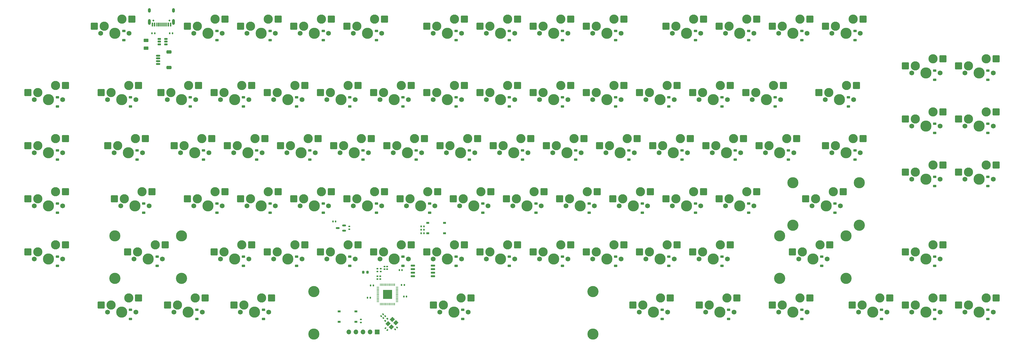
<source format=gbr>
%TF.GenerationSoftware,KiCad,Pcbnew,8.0.3*%
%TF.CreationDate,2024-09-05T05:54:07+12:00*%
%TF.ProjectId,test2,74657374-322e-46b6-9963-61645f706362,rev?*%
%TF.SameCoordinates,Original*%
%TF.FileFunction,Soldermask,Bot*%
%TF.FilePolarity,Negative*%
%FSLAX46Y46*%
G04 Gerber Fmt 4.6, Leading zero omitted, Abs format (unit mm)*
G04 Created by KiCad (PCBNEW 8.0.3) date 2024-09-05 05:54:07*
%MOMM*%
%LPD*%
G01*
G04 APERTURE LIST*
G04 Aperture macros list*
%AMRoundRect*
0 Rectangle with rounded corners*
0 $1 Rounding radius*
0 $2 $3 $4 $5 $6 $7 $8 $9 X,Y pos of 4 corners*
0 Add a 4 corners polygon primitive as box body*
4,1,4,$2,$3,$4,$5,$6,$7,$8,$9,$2,$3,0*
0 Add four circle primitives for the rounded corners*
1,1,$1+$1,$2,$3*
1,1,$1+$1,$4,$5*
1,1,$1+$1,$6,$7*
1,1,$1+$1,$8,$9*
0 Add four rect primitives between the rounded corners*
20,1,$1+$1,$2,$3,$4,$5,0*
20,1,$1+$1,$4,$5,$6,$7,0*
20,1,$1+$1,$6,$7,$8,$9,0*
20,1,$1+$1,$8,$9,$2,$3,0*%
%AMRotRect*
0 Rectangle, with rotation*
0 The origin of the aperture is its center*
0 $1 length*
0 $2 width*
0 $3 Rotation angle, in degrees counterclockwise*
0 Add horizontal line*
21,1,$1,$2,0,0,$3*%
G04 Aperture macros list end*
%ADD10C,4.000000*%
%ADD11C,3.987800*%
%ADD12C,1.750000*%
%ADD13C,3.300000*%
%ADD14RoundRect,0.250000X1.025000X1.000000X-1.025000X1.000000X-1.025000X-1.000000X1.025000X-1.000000X0*%
%ADD15RoundRect,0.225000X0.375000X-0.225000X0.375000X0.225000X-0.375000X0.225000X-0.375000X-0.225000X0*%
%ADD16RoundRect,0.150000X0.512500X0.150000X-0.512500X0.150000X-0.512500X-0.150000X0.512500X-0.150000X0*%
%ADD17RoundRect,0.135000X-0.135000X-0.185000X0.135000X-0.185000X0.135000X0.185000X-0.135000X0.185000X0*%
%ADD18RoundRect,0.135000X0.035355X-0.226274X0.226274X-0.035355X-0.035355X0.226274X-0.226274X0.035355X0*%
%ADD19RoundRect,0.140000X0.140000X0.170000X-0.140000X0.170000X-0.140000X-0.170000X0.140000X-0.170000X0*%
%ADD20RotRect,1.400000X1.200000X45.000000*%
%ADD21RoundRect,0.140000X0.170000X-0.140000X0.170000X0.140000X-0.170000X0.140000X-0.170000X-0.140000X0*%
%ADD22RoundRect,0.140000X-0.219203X-0.021213X-0.021213X-0.219203X0.219203X0.021213X0.021213X0.219203X0*%
%ADD23C,0.650000*%
%ADD24R,0.600000X1.450000*%
%ADD25R,0.300000X1.450000*%
%ADD26O,1.000000X1.600000*%
%ADD27O,1.000000X2.100000*%
%ADD28RoundRect,0.140000X-0.021213X0.219203X-0.219203X0.021213X0.021213X-0.219203X0.219203X-0.021213X0*%
%ADD29RoundRect,0.150000X0.650000X0.150000X-0.650000X0.150000X-0.650000X-0.150000X0.650000X-0.150000X0*%
%ADD30R,1.000000X0.750000*%
%ADD31RoundRect,0.150000X0.475000X0.150000X-0.475000X0.150000X-0.475000X-0.150000X0.475000X-0.150000X0*%
%ADD32RoundRect,0.150000X-0.625000X0.150000X-0.625000X-0.150000X0.625000X-0.150000X0.625000X0.150000X0*%
%ADD33RoundRect,0.250000X-0.650000X0.350000X-0.650000X-0.350000X0.650000X-0.350000X0.650000X0.350000X0*%
%ADD34R,1.700000X1.700000*%
%ADD35O,1.700000X1.700000*%
%ADD36RoundRect,0.225000X0.225000X0.250000X-0.225000X0.250000X-0.225000X-0.250000X0.225000X-0.250000X0*%
%ADD37RoundRect,0.135000X0.185000X-0.135000X0.185000X0.135000X-0.185000X0.135000X-0.185000X-0.135000X0*%
%ADD38RoundRect,0.140000X-0.140000X-0.170000X0.140000X-0.170000X0.140000X0.170000X-0.140000X0.170000X0*%
%ADD39RoundRect,0.050000X0.387500X0.050000X-0.387500X0.050000X-0.387500X-0.050000X0.387500X-0.050000X0*%
%ADD40RoundRect,0.050000X0.050000X0.387500X-0.050000X0.387500X-0.050000X-0.387500X0.050000X-0.387500X0*%
%ADD41R,3.200000X3.200000*%
%ADD42RoundRect,0.135000X-0.185000X0.135000X-0.185000X-0.135000X0.185000X-0.135000X0.185000X0.135000X0*%
%ADD43RoundRect,0.250000X-0.625000X0.375000X-0.625000X-0.375000X0.625000X-0.375000X0.625000X0.375000X0*%
G04 APERTURE END LIST*
D10*
X319087500Y-92710000D03*
D11*
X319087500Y-77470000D03*
D10*
X295275000Y-92710000D03*
D11*
X295275000Y-77470000D03*
D10*
X123624134Y-116489112D03*
D11*
X123624134Y-131729112D03*
D10*
X223636634Y-116489112D03*
D11*
X223636634Y-131729112D03*
D10*
X76200000Y-111760000D03*
D11*
X76200000Y-96520000D03*
D10*
X52387500Y-111760000D03*
D11*
X52387500Y-96520000D03*
D10*
X314325000Y-111760000D03*
D11*
X314325000Y-96520000D03*
D10*
X290512500Y-111760000D03*
D11*
X290512500Y-96520000D03*
D12*
X300355000Y-123825000D03*
D11*
X295275000Y-123825000D03*
D12*
X290195000Y-123825000D03*
D13*
X291465000Y-121285000D03*
D14*
X287915000Y-121285000D03*
X301365000Y-118745000D03*
D13*
X297815000Y-118745000D03*
D15*
X136525000Y-50068750D03*
X136525000Y-46768750D03*
X107950000Y-88168750D03*
X107950000Y-84868750D03*
X288925000Y-50068750D03*
X288925000Y-46768750D03*
D12*
X317023750Y-47625000D03*
D11*
X311943750Y-47625000D03*
D12*
X306863750Y-47625000D03*
D13*
X308133750Y-45085000D03*
D14*
X304583750Y-45085000D03*
X318033750Y-42545000D03*
D13*
X314483750Y-42545000D03*
D15*
X255587500Y-69118750D03*
X255587500Y-65818750D03*
D12*
X178911250Y-123825000D03*
D11*
X173831250Y-123825000D03*
D12*
X168751250Y-123825000D03*
D13*
X170021250Y-121285000D03*
D14*
X166471250Y-121285000D03*
X179921250Y-118745000D03*
D13*
X176371250Y-118745000D03*
D16*
X134487500Y-92712500D03*
X134487500Y-94612500D03*
X132212500Y-93662500D03*
D15*
X31750000Y-88168750D03*
X31750000Y-84868750D03*
D12*
X300355000Y-23812500D03*
D11*
X295275000Y-23812500D03*
D12*
X290195000Y-23812500D03*
D13*
X291465000Y-21272500D03*
D14*
X287915000Y-21272500D03*
X301365000Y-18732500D03*
D13*
X297815000Y-18732500D03*
D15*
X155575000Y-50068750D03*
X155575000Y-46768750D03*
D12*
X176530000Y-47625000D03*
D11*
X171450000Y-47625000D03*
D12*
X166370000Y-47625000D03*
D13*
X167640000Y-45085000D03*
D14*
X164090000Y-45085000D03*
X177540000Y-42545000D03*
D13*
X173990000Y-42545000D03*
D17*
X72005002Y-23812500D03*
X73025000Y-23812500D03*
X65655002Y-23812500D03*
X66675000Y-23812500D03*
D12*
X143192500Y-66675000D03*
D11*
X138112500Y-66675000D03*
D12*
X133032500Y-66675000D03*
D13*
X134302500Y-64135000D03*
D14*
X130752500Y-64135000D03*
X144202500Y-61595000D03*
D13*
X140652500Y-61595000D03*
D12*
X157480000Y-47625000D03*
D11*
X152400000Y-47625000D03*
D12*
X147320000Y-47625000D03*
D13*
X148590000Y-45085000D03*
D14*
X145040000Y-45085000D03*
X158490000Y-42545000D03*
D13*
X154940000Y-42545000D03*
D15*
X317500000Y-69118750D03*
X317500000Y-65818750D03*
D12*
X83661250Y-123825000D03*
D11*
X78581250Y-123825000D03*
D12*
X73501250Y-123825000D03*
D13*
X74771250Y-121285000D03*
D14*
X71221250Y-121285000D03*
X84671250Y-118745000D03*
D13*
X81121250Y-118745000D03*
D15*
X248443750Y-126268750D03*
X248443750Y-122968750D03*
D12*
X274161250Y-123825000D03*
D11*
X269081250Y-123825000D03*
D12*
X264001250Y-123825000D03*
D13*
X265271250Y-121285000D03*
D14*
X261721250Y-121285000D03*
X275171250Y-118745000D03*
D13*
X271621250Y-118745000D03*
D12*
X128905000Y-85725000D03*
D11*
X123825000Y-85725000D03*
D12*
X118745000Y-85725000D03*
D13*
X120015000Y-83185000D03*
D14*
X116465000Y-83185000D03*
X129915000Y-80645000D03*
D13*
X126365000Y-80645000D03*
D12*
X176530000Y-104775000D03*
D11*
X171450000Y-104775000D03*
D12*
X166370000Y-104775000D03*
D13*
X167640000Y-102235000D03*
D14*
X164090000Y-102235000D03*
X177540000Y-99695000D03*
D13*
X173990000Y-99695000D03*
D15*
X98425000Y-50068750D03*
X98425000Y-46768750D03*
D12*
X281305000Y-23812500D03*
D11*
X276225000Y-23812500D03*
D12*
X271145000Y-23812500D03*
D13*
X272415000Y-21272500D03*
D14*
X268865000Y-21272500D03*
X282315000Y-18732500D03*
D13*
X278765000Y-18732500D03*
D12*
X252730000Y-104775000D03*
D11*
X247650000Y-104775000D03*
D12*
X242570000Y-104775000D03*
D13*
X243840000Y-102235000D03*
D14*
X240290000Y-102235000D03*
X253740000Y-99695000D03*
D13*
X250190000Y-99695000D03*
D15*
X174625000Y-107218750D03*
X174625000Y-103918750D03*
D18*
X149223398Y-126925896D03*
X149944646Y-126204648D03*
D15*
X146050000Y-26256250D03*
X146050000Y-22956250D03*
D12*
X195580000Y-104775000D03*
D11*
X190500000Y-104775000D03*
D12*
X185420000Y-104775000D03*
D13*
X186690000Y-102235000D03*
D14*
X183140000Y-102235000D03*
X196590000Y-99695000D03*
D13*
X193040000Y-99695000D03*
D12*
X276542500Y-66675000D03*
D11*
X271462500Y-66675000D03*
D12*
X266382500Y-66675000D03*
D13*
X267652500Y-64135000D03*
D14*
X264102500Y-64135000D03*
X277552500Y-61595000D03*
D13*
X274002500Y-61595000D03*
D15*
X212725000Y-50068750D03*
X212725000Y-46768750D03*
X179387500Y-69118750D03*
X179387500Y-65818750D03*
X165100000Y-88168750D03*
X165100000Y-84868750D03*
X236537500Y-69118750D03*
X236537500Y-65818750D03*
X346075000Y-126268750D03*
X346075000Y-122968750D03*
X346075000Y-107218750D03*
X346075000Y-103918750D03*
X88900000Y-88168750D03*
X88900000Y-84868750D03*
X212725000Y-107218750D03*
X212725000Y-103918750D03*
D19*
X144942500Y-114300000D03*
X143982500Y-114300000D03*
D15*
X57943750Y-126268750D03*
X57943750Y-122968750D03*
X317500000Y-26256250D03*
X317500000Y-22956250D03*
D12*
X347980000Y-123825000D03*
D11*
X342900000Y-123825000D03*
D12*
X337820000Y-123825000D03*
D13*
X339090000Y-121285000D03*
D14*
X335540000Y-121285000D03*
X348990000Y-118745000D03*
D13*
X345440000Y-118745000D03*
D12*
X214630000Y-47625000D03*
D11*
X209550000Y-47625000D03*
D12*
X204470000Y-47625000D03*
D13*
X205740000Y-45085000D03*
D14*
X202190000Y-45085000D03*
X215640000Y-42545000D03*
D13*
X212090000Y-42545000D03*
D12*
X109855000Y-23812500D03*
D11*
X104775000Y-23812500D03*
D12*
X99695000Y-23812500D03*
D13*
X100965000Y-21272500D03*
D14*
X97415000Y-21272500D03*
X110865000Y-18732500D03*
D13*
X107315000Y-18732500D03*
D15*
X365125000Y-40543750D03*
X365125000Y-37243750D03*
D19*
X143853328Y-118698058D03*
X142893328Y-118698058D03*
D15*
X212725000Y-26256250D03*
X212725000Y-22956250D03*
D12*
X100330000Y-47625000D03*
D11*
X95250000Y-47625000D03*
D12*
X90170000Y-47625000D03*
D13*
X91440000Y-45085000D03*
D14*
X87890000Y-45085000D03*
X101340000Y-42545000D03*
D13*
X97790000Y-42545000D03*
D12*
X262255000Y-23812500D03*
D11*
X257175000Y-23812500D03*
D12*
X252095000Y-23812500D03*
D13*
X253365000Y-21272500D03*
D14*
X249815000Y-21272500D03*
X263265000Y-18732500D03*
D13*
X259715000Y-18732500D03*
D15*
X231775000Y-107218750D03*
X231775000Y-103918750D03*
D12*
X195580000Y-23812500D03*
D11*
X190500000Y-23812500D03*
D12*
X185420000Y-23812500D03*
D13*
X186690000Y-21272500D03*
D14*
X183140000Y-21272500D03*
X196590000Y-18732500D03*
D13*
X193040000Y-18732500D03*
D20*
X150227392Y-127970527D03*
X151783027Y-126414892D03*
X152985108Y-127616973D03*
X151429473Y-129172608D03*
D15*
X174625000Y-26256250D03*
X174625000Y-22956250D03*
D12*
X224155000Y-85725000D03*
D11*
X219075000Y-85725000D03*
D12*
X213995000Y-85725000D03*
D13*
X215265000Y-83185000D03*
D14*
X211715000Y-83185000D03*
X225165000Y-80645000D03*
D13*
X221615000Y-80645000D03*
D15*
X203200000Y-88168750D03*
X203200000Y-84868750D03*
D12*
X367030000Y-57150000D03*
D11*
X361950000Y-57150000D03*
D12*
X356870000Y-57150000D03*
D13*
X358140000Y-54610000D03*
D14*
X354590000Y-54610000D03*
X368040000Y-52070000D03*
D13*
X364490000Y-52070000D03*
D12*
X319405000Y-66675000D03*
D11*
X314325000Y-66675000D03*
D12*
X309245000Y-66675000D03*
D13*
X310515000Y-64135000D03*
D14*
X306965000Y-64135000D03*
X320415000Y-61595000D03*
D13*
X316865000Y-61595000D03*
D12*
X219392500Y-66675000D03*
D11*
X214312500Y-66675000D03*
D12*
X209232500Y-66675000D03*
D13*
X210502500Y-64135000D03*
D14*
X206952500Y-64135000D03*
X220402500Y-61595000D03*
D13*
X216852500Y-61595000D03*
D15*
X184150000Y-88168750D03*
X184150000Y-84868750D03*
D12*
X295592500Y-66675000D03*
D11*
X290512500Y-66675000D03*
D12*
X285432500Y-66675000D03*
D13*
X286702500Y-64135000D03*
D14*
X283152500Y-64135000D03*
X296602500Y-61595000D03*
D13*
X293052500Y-61595000D03*
D15*
X31750000Y-69118750D03*
X31750000Y-65818750D03*
D12*
X59848750Y-123825000D03*
D11*
X54768750Y-123825000D03*
D12*
X49688750Y-123825000D03*
D13*
X50958750Y-121285000D03*
D14*
X47408750Y-121285000D03*
X60858750Y-118745000D03*
D13*
X57308750Y-118745000D03*
D15*
X105568750Y-126268750D03*
X105568750Y-122968750D03*
D21*
X147413808Y-111948098D03*
X147413808Y-110988098D03*
D15*
X231775000Y-50068750D03*
X231775000Y-46768750D03*
D22*
X149301914Y-129584376D03*
X149980736Y-130263198D03*
D12*
X257492500Y-66675000D03*
D11*
X252412500Y-66675000D03*
D12*
X247332500Y-66675000D03*
D13*
X248602500Y-64135000D03*
D14*
X245052500Y-64135000D03*
X258502500Y-61595000D03*
D13*
X254952500Y-61595000D03*
D12*
X167005000Y-85725000D03*
D11*
X161925000Y-85725000D03*
D12*
X156845000Y-85725000D03*
D13*
X158115000Y-83185000D03*
D14*
X154565000Y-83185000D03*
X168015000Y-80645000D03*
D13*
X164465000Y-80645000D03*
D15*
X155575000Y-107218750D03*
X155575000Y-103918750D03*
X222250000Y-88168750D03*
X222250000Y-84868750D03*
D12*
X214630000Y-104775000D03*
D11*
X209550000Y-104775000D03*
D12*
X204470000Y-104775000D03*
D13*
X205740000Y-102235000D03*
D14*
X202190000Y-102235000D03*
X215640000Y-99695000D03*
D13*
X212090000Y-99695000D03*
D15*
X346075000Y-59593750D03*
X346075000Y-56293750D03*
D12*
X233680000Y-104775000D03*
D11*
X228600000Y-104775000D03*
D12*
X223520000Y-104775000D03*
D13*
X224790000Y-102235000D03*
D14*
X221240000Y-102235000D03*
X234690000Y-99695000D03*
D13*
X231140000Y-99695000D03*
D12*
X290830000Y-47625000D03*
D11*
X285750000Y-47625000D03*
D12*
X280670000Y-47625000D03*
D13*
X281940000Y-45085000D03*
D14*
X278390000Y-45085000D03*
X291840000Y-42545000D03*
D13*
X288290000Y-42545000D03*
D23*
X66166250Y-19268750D03*
X71946250Y-19268750D03*
D24*
X65806250Y-20713750D03*
X66606250Y-20713750D03*
D25*
X67806250Y-20713750D03*
X68806250Y-20713750D03*
X69306250Y-20713750D03*
X70306250Y-20713750D03*
D24*
X71506250Y-20713750D03*
X72306250Y-20713750D03*
X72306250Y-20713750D03*
X71506250Y-20713750D03*
D25*
X70806250Y-20713750D03*
X69806250Y-20713750D03*
X68306250Y-20713750D03*
X67306250Y-20713750D03*
D24*
X66606250Y-20713750D03*
X65806250Y-20713750D03*
D26*
X64736250Y-15618750D03*
D27*
X64736250Y-19798750D03*
D26*
X73376250Y-15618750D03*
D27*
X73376250Y-19798750D03*
D15*
X62706250Y-88168750D03*
X62706250Y-84868750D03*
D28*
X149230504Y-125299489D03*
X148551682Y-125978311D03*
D15*
X193675000Y-26256250D03*
X193675000Y-22956250D03*
X279400000Y-26256250D03*
X279400000Y-22956250D03*
D12*
X312261250Y-85725000D03*
D11*
X307181250Y-85725000D03*
D12*
X302101250Y-85725000D03*
D13*
X303371250Y-83185000D03*
D14*
X299821250Y-83185000D03*
X313271250Y-80645000D03*
D13*
X309721250Y-80645000D03*
D12*
X347980000Y-76200000D03*
D11*
X342900000Y-76200000D03*
D12*
X337820000Y-76200000D03*
D13*
X339090000Y-73660000D03*
D14*
X335540000Y-73660000D03*
X348990000Y-71120000D03*
D13*
X345440000Y-71120000D03*
D15*
X260350000Y-88168750D03*
X260350000Y-84868750D03*
D12*
X205105000Y-85725000D03*
D11*
X200025000Y-85725000D03*
D12*
X194945000Y-85725000D03*
D13*
X196215000Y-83185000D03*
D14*
X192665000Y-83185000D03*
X206115000Y-80645000D03*
D13*
X202565000Y-80645000D03*
D15*
X117475000Y-107218750D03*
X117475000Y-103918750D03*
D28*
X153476911Y-129348089D03*
X152798089Y-130026911D03*
D15*
X310356250Y-88168750D03*
X310356250Y-84868750D03*
D19*
X131448750Y-91281250D03*
X130488750Y-91281250D03*
D15*
X272256250Y-126268750D03*
X272256250Y-122968750D03*
D12*
X186055000Y-85725000D03*
D11*
X180975000Y-85725000D03*
D12*
X175895000Y-85725000D03*
D13*
X177165000Y-83185000D03*
D14*
X173615000Y-83185000D03*
X187065000Y-80645000D03*
D13*
X183515000Y-80645000D03*
D15*
X274637500Y-69118750D03*
X274637500Y-65818750D03*
X217487500Y-69118750D03*
X217487500Y-65818750D03*
D12*
X367030000Y-123825000D03*
D11*
X361950000Y-123825000D03*
D12*
X356870000Y-123825000D03*
D13*
X358140000Y-121285000D03*
D14*
X354590000Y-121285000D03*
X368040000Y-118745000D03*
D13*
X364490000Y-118745000D03*
D12*
X214630000Y-23812500D03*
D11*
X209550000Y-23812500D03*
D12*
X204470000Y-23812500D03*
D13*
X205740000Y-21272500D03*
D14*
X202190000Y-21272500D03*
X215640000Y-18732500D03*
D13*
X212090000Y-18732500D03*
D15*
X31750000Y-107218750D03*
X31750000Y-103918750D03*
X88900000Y-26256250D03*
X88900000Y-22956250D03*
D29*
X166318750Y-107174100D03*
X166318750Y-108444100D03*
X166318750Y-109714100D03*
X166318750Y-110984100D03*
X159118750Y-110984100D03*
X159118750Y-109714100D03*
X159118750Y-108444100D03*
X159118750Y-107174100D03*
D12*
X238442500Y-66675000D03*
D11*
X233362500Y-66675000D03*
D12*
X228282500Y-66675000D03*
D13*
X229552500Y-64135000D03*
D14*
X226002500Y-64135000D03*
X239452500Y-61595000D03*
D13*
X235902500Y-61595000D03*
D12*
X200342500Y-66675000D03*
D11*
X195262500Y-66675000D03*
D12*
X190182500Y-66675000D03*
D13*
X191452500Y-64135000D03*
D14*
X187902500Y-64135000D03*
X201352500Y-61595000D03*
D13*
X197802500Y-61595000D03*
D21*
X146408863Y-111953588D03*
X146408863Y-110993588D03*
D12*
X33655000Y-47625000D03*
D11*
X28575000Y-47625000D03*
D12*
X23495000Y-47625000D03*
D13*
X24765000Y-45085000D03*
D14*
X21215000Y-45085000D03*
X34665000Y-42545000D03*
D13*
X31115000Y-42545000D03*
D15*
X269875000Y-50068750D03*
X269875000Y-46768750D03*
D12*
X262255000Y-85725000D03*
D11*
X257175000Y-85725000D03*
D12*
X252095000Y-85725000D03*
D13*
X253365000Y-83185000D03*
D14*
X249815000Y-83185000D03*
X263265000Y-80645000D03*
D13*
X259715000Y-80645000D03*
D12*
X271780000Y-47625000D03*
D11*
X266700000Y-47625000D03*
D12*
X261620000Y-47625000D03*
D13*
X262890000Y-45085000D03*
D14*
X259340000Y-45085000D03*
X272790000Y-42545000D03*
D13*
X269240000Y-42545000D03*
D12*
X367030000Y-76200000D03*
D11*
X361950000Y-76200000D03*
D12*
X356870000Y-76200000D03*
D13*
X358140000Y-73660000D03*
D14*
X354590000Y-73660000D03*
X368040000Y-71120000D03*
D13*
X364490000Y-71120000D03*
D12*
X271780000Y-104775000D03*
D11*
X266700000Y-104775000D03*
D12*
X261620000Y-104775000D03*
D13*
X262890000Y-102235000D03*
D14*
X259340000Y-102235000D03*
X272790000Y-99695000D03*
D13*
X269240000Y-99695000D03*
D15*
X241300000Y-88168750D03*
X241300000Y-84868750D03*
X250825000Y-107218750D03*
X250825000Y-103918750D03*
X305593750Y-107218750D03*
X305593750Y-103918750D03*
X117475000Y-50068750D03*
X117475000Y-46768750D03*
D12*
X181292500Y-66675000D03*
D11*
X176212500Y-66675000D03*
D12*
X171132500Y-66675000D03*
D13*
X172402500Y-64135000D03*
D14*
X168852500Y-64135000D03*
X182302500Y-61595000D03*
D13*
X178752500Y-61595000D03*
D12*
X90805000Y-23812500D03*
D11*
X85725000Y-23812500D03*
D12*
X80645000Y-23812500D03*
D13*
X81915000Y-21272500D03*
D14*
X78365000Y-21272500D03*
X91815000Y-18732500D03*
D13*
X88265000Y-18732500D03*
D12*
X328930000Y-123825000D03*
D11*
X323850000Y-123825000D03*
D12*
X318770000Y-123825000D03*
D13*
X320040000Y-121285000D03*
D14*
X316490000Y-121285000D03*
X329940000Y-118745000D03*
D13*
X326390000Y-118745000D03*
D15*
X136525000Y-107218750D03*
X136525000Y-103918750D03*
X315118750Y-50068750D03*
X315118750Y-46768750D03*
X60325000Y-69118750D03*
X60325000Y-65818750D03*
D12*
X59848750Y-47625000D03*
D11*
X54768750Y-47625000D03*
D12*
X49688750Y-47625000D03*
D13*
X50958750Y-45085000D03*
D14*
X47408750Y-45085000D03*
X60858750Y-42545000D03*
D13*
X57308750Y-42545000D03*
D15*
X57943750Y-50068750D03*
X57943750Y-46768750D03*
D12*
X109855000Y-85725000D03*
D11*
X104775000Y-85725000D03*
D12*
X99695000Y-85725000D03*
D13*
X100965000Y-83185000D03*
D14*
X97415000Y-83185000D03*
X110865000Y-80645000D03*
D13*
X107315000Y-80645000D03*
D12*
X347980000Y-104775000D03*
D11*
X342900000Y-104775000D03*
D12*
X337820000Y-104775000D03*
D13*
X339090000Y-102235000D03*
D14*
X335540000Y-102235000D03*
X348990000Y-99695000D03*
D13*
X345440000Y-99695000D03*
D12*
X90805000Y-85725000D03*
D11*
X85725000Y-85725000D03*
D12*
X80645000Y-85725000D03*
D13*
X81915000Y-83185000D03*
D14*
X78365000Y-83185000D03*
X91815000Y-80645000D03*
D13*
X88265000Y-80645000D03*
D12*
X105092500Y-66675000D03*
D11*
X100012500Y-66675000D03*
D12*
X94932500Y-66675000D03*
D13*
X96202500Y-64135000D03*
D14*
X92652500Y-64135000D03*
X106102500Y-61595000D03*
D13*
X102552500Y-61595000D03*
D30*
X170481250Y-91787500D03*
X164481250Y-91787500D03*
X170481250Y-95537500D03*
X164481250Y-95537500D03*
D12*
X281305000Y-85725000D03*
D11*
X276225000Y-85725000D03*
D12*
X271145000Y-85725000D03*
D13*
X272415000Y-83185000D03*
D14*
X268865000Y-83185000D03*
X282315000Y-80645000D03*
D13*
X278765000Y-80645000D03*
D12*
X147955000Y-23812500D03*
D11*
X142875000Y-23812500D03*
D12*
X137795000Y-23812500D03*
D13*
X139065000Y-21272500D03*
D14*
X135515000Y-21272500D03*
X148965000Y-18732500D03*
D13*
X145415000Y-18732500D03*
D15*
X250825000Y-50068750D03*
X250825000Y-46768750D03*
X31750000Y-50068750D03*
X31750000Y-46768750D03*
D12*
X69373750Y-104775000D03*
D11*
X64293750Y-104775000D03*
D12*
X59213750Y-104775000D03*
D13*
X60483750Y-102235000D03*
D14*
X56933750Y-102235000D03*
X70383750Y-99695000D03*
D13*
X66833750Y-99695000D03*
D15*
X81756250Y-126268750D03*
X81756250Y-122968750D03*
D12*
X119380000Y-104775000D03*
D11*
X114300000Y-104775000D03*
D12*
X109220000Y-104775000D03*
D13*
X110490000Y-102235000D03*
D14*
X106940000Y-102235000D03*
X120390000Y-99695000D03*
D13*
X116840000Y-99695000D03*
D12*
X347980000Y-57150000D03*
D11*
X342900000Y-57150000D03*
D12*
X337820000Y-57150000D03*
D13*
X339090000Y-54610000D03*
D14*
X335540000Y-54610000D03*
X348990000Y-52070000D03*
D13*
X345440000Y-52070000D03*
D31*
X70643750Y-25881250D03*
X70643750Y-26831250D03*
X70643750Y-27781250D03*
X68293750Y-27781250D03*
X68293750Y-26831250D03*
X68293750Y-25881250D03*
D12*
X107473750Y-123825000D03*
D11*
X102393750Y-123825000D03*
D12*
X97313750Y-123825000D03*
D13*
X98583750Y-121285000D03*
D14*
X95033750Y-121285000D03*
X108483750Y-118745000D03*
D13*
X104933750Y-118745000D03*
D12*
X100330000Y-104775000D03*
D11*
X95250000Y-104775000D03*
D12*
X90170000Y-104775000D03*
D13*
X91440000Y-102235000D03*
D14*
X87890000Y-102235000D03*
X101340000Y-99695000D03*
D13*
X97790000Y-99695000D03*
D15*
X107950000Y-26256250D03*
X107950000Y-22956250D03*
X55562500Y-26256250D03*
X55562500Y-22956250D03*
D30*
X138731250Y-123537500D03*
X132731250Y-123537500D03*
X138731250Y-127287500D03*
X132731250Y-127287500D03*
D15*
X193675000Y-107218750D03*
X193675000Y-103918750D03*
D32*
X67850000Y-31837500D03*
X67850000Y-32837500D03*
X67850000Y-33837500D03*
X67850000Y-34837500D03*
D33*
X71725000Y-30537500D03*
X71725000Y-36137500D03*
D15*
X67468750Y-107218750D03*
X67468750Y-103918750D03*
D12*
X367030000Y-38100000D03*
D11*
X361950000Y-38100000D03*
D12*
X356870000Y-38100000D03*
D13*
X358140000Y-35560000D03*
D14*
X354590000Y-35560000D03*
X368040000Y-33020000D03*
D13*
X364490000Y-33020000D03*
D15*
X365125000Y-59593750D03*
X365125000Y-56293750D03*
D12*
X347980000Y-38100000D03*
D11*
X342900000Y-38100000D03*
D12*
X337820000Y-38100000D03*
D13*
X339090000Y-35560000D03*
D14*
X335540000Y-35560000D03*
X348990000Y-33020000D03*
D13*
X345440000Y-33020000D03*
D21*
X149925728Y-108423313D03*
X149925728Y-107463313D03*
D34*
X146362500Y-130968750D03*
D35*
X143822500Y-130968750D03*
X141282501Y-130968750D03*
X138742500Y-130968750D03*
X136202500Y-130968750D03*
D12*
X147955000Y-85725000D03*
D11*
X142875000Y-85725000D03*
D12*
X137795000Y-85725000D03*
D13*
X139065000Y-83185000D03*
D14*
X135515000Y-83185000D03*
X148965000Y-80645000D03*
D13*
X145415000Y-80645000D03*
D15*
X365125000Y-78643750D03*
X365125000Y-75343750D03*
D17*
X162065001Y-93075000D03*
X163084999Y-93075000D03*
D15*
X231775000Y-26256250D03*
X231775000Y-22956250D03*
X293687500Y-69118750D03*
X293687500Y-65818750D03*
D12*
X86042500Y-66675000D03*
D11*
X80962500Y-66675000D03*
D12*
X75882500Y-66675000D03*
D13*
X77152500Y-64135000D03*
D14*
X73602500Y-64135000D03*
X87052500Y-61595000D03*
D13*
X83502500Y-61595000D03*
D12*
X307498750Y-104775000D03*
D11*
X302418750Y-104775000D03*
D12*
X297338750Y-104775000D03*
D13*
X298608750Y-102235000D03*
D14*
X295058750Y-102235000D03*
X308508750Y-99695000D03*
D13*
X304958750Y-99695000D03*
D12*
X33655000Y-104775000D03*
D11*
X28575000Y-104775000D03*
D12*
X23495000Y-104775000D03*
D13*
X24765000Y-102235000D03*
D14*
X21215000Y-102235000D03*
X34665000Y-99695000D03*
D13*
X31115000Y-99695000D03*
D15*
X279400000Y-88168750D03*
X279400000Y-84868750D03*
D17*
X162065001Y-94275000D03*
X163084999Y-94275000D03*
D12*
X138430000Y-47625000D03*
D11*
X133350000Y-47625000D03*
D12*
X128270000Y-47625000D03*
D13*
X129540000Y-45085000D03*
D14*
X125990000Y-45085000D03*
X139440000Y-42545000D03*
D13*
X135890000Y-42545000D03*
D12*
X243205000Y-85725000D03*
D11*
X238125000Y-85725000D03*
D12*
X233045000Y-85725000D03*
D13*
X234315000Y-83185000D03*
D14*
X230765000Y-83185000D03*
X244215000Y-80645000D03*
D13*
X240665000Y-80645000D03*
D12*
X233680000Y-23812500D03*
D11*
X228600000Y-23812500D03*
D12*
X223520000Y-23812500D03*
D13*
X224790000Y-21272500D03*
D14*
X221240000Y-21272500D03*
X234690000Y-18732500D03*
D13*
X231140000Y-18732500D03*
D15*
X298450000Y-126268750D03*
X298450000Y-122968750D03*
D12*
X157480000Y-104775000D03*
D11*
X152400000Y-104775000D03*
D12*
X147320000Y-104775000D03*
D13*
X148590000Y-102235000D03*
D14*
X145040000Y-102235000D03*
X158490000Y-99695000D03*
D13*
X154940000Y-99695000D03*
D17*
X162065001Y-95529520D03*
X163084999Y-95529520D03*
D12*
X62230000Y-66675000D03*
D11*
X57150000Y-66675000D03*
D12*
X52070000Y-66675000D03*
D13*
X53340000Y-64135000D03*
D14*
X49790000Y-64135000D03*
X63240000Y-61595000D03*
D13*
X59690000Y-61595000D03*
D28*
X148459448Y-124550919D03*
X147780626Y-125229741D03*
D15*
X193675000Y-50068750D03*
X193675000Y-46768750D03*
X260350000Y-26256250D03*
X260350000Y-22956250D03*
D12*
X33655000Y-66675000D03*
D11*
X28575000Y-66675000D03*
D12*
X23495000Y-66675000D03*
D13*
X24765000Y-64135000D03*
D14*
X21215000Y-64135000D03*
X34665000Y-61595000D03*
D13*
X31115000Y-61595000D03*
D12*
X128905000Y-23812500D03*
D11*
X123825000Y-23812500D03*
D12*
X118745000Y-23812500D03*
D13*
X120015000Y-21272500D03*
D14*
X116465000Y-21272500D03*
X129915000Y-18732500D03*
D13*
X126365000Y-18732500D03*
D12*
X64611250Y-85725000D03*
D11*
X59531250Y-85725000D03*
D12*
X54451250Y-85725000D03*
D13*
X55721250Y-83185000D03*
D14*
X52171250Y-83185000D03*
X65621250Y-80645000D03*
D13*
X62071250Y-80645000D03*
D15*
X122237500Y-69118750D03*
X122237500Y-65818750D03*
D36*
X142856250Y-109537500D03*
X141306250Y-109537500D03*
D12*
X250348750Y-123825000D03*
D11*
X245268750Y-123825000D03*
D12*
X240188750Y-123825000D03*
D13*
X241458750Y-121285000D03*
D14*
X237908750Y-121285000D03*
X251358750Y-118745000D03*
D13*
X247808750Y-118745000D03*
D15*
X141287500Y-69118750D03*
X141287500Y-65818750D03*
D12*
X233680000Y-47625000D03*
D11*
X228600000Y-47625000D03*
D12*
X223520000Y-47625000D03*
D13*
X224790000Y-45085000D03*
D14*
X221240000Y-45085000D03*
X234690000Y-42545000D03*
D13*
X231140000Y-42545000D03*
D19*
X155261250Y-108743750D03*
X154301250Y-108743750D03*
D12*
X33655000Y-85725000D03*
D11*
X28575000Y-85725000D03*
D12*
X23495000Y-85725000D03*
D13*
X24765000Y-83185000D03*
D14*
X21215000Y-83185000D03*
X34665000Y-80645000D03*
D13*
X31115000Y-80645000D03*
D15*
X174625000Y-50068750D03*
X174625000Y-46768750D03*
X177006250Y-126268750D03*
X177006250Y-122968750D03*
D37*
X147637500Y-109253749D03*
X147637500Y-108233751D03*
D12*
X195580000Y-47625000D03*
D11*
X190500000Y-47625000D03*
D12*
X185420000Y-47625000D03*
D13*
X186690000Y-45085000D03*
D14*
X183140000Y-45085000D03*
X196590000Y-42545000D03*
D13*
X193040000Y-42545000D03*
D15*
X84137500Y-69118750D03*
X84137500Y-65818750D03*
X79375000Y-50068750D03*
X79375000Y-46768750D03*
X298450000Y-26256250D03*
X298450000Y-22956250D03*
X160337500Y-69118750D03*
X160337500Y-65818750D03*
D38*
X155095000Y-114111666D03*
X156055000Y-114111666D03*
D12*
X162242500Y-66675000D03*
D11*
X157162500Y-66675000D03*
D12*
X152082500Y-66675000D03*
D13*
X153352500Y-64135000D03*
D14*
X149802500Y-64135000D03*
X163252500Y-61595000D03*
D13*
X159702500Y-61595000D03*
D15*
X98425000Y-107218750D03*
X98425000Y-103918750D03*
X365125000Y-126268750D03*
X365125000Y-122968750D03*
D12*
X176530000Y-23812500D03*
D11*
X171450000Y-23812500D03*
D12*
X166370000Y-23812500D03*
D13*
X167640000Y-21272500D03*
D14*
X164090000Y-21272500D03*
X177540000Y-18732500D03*
D13*
X173990000Y-18732500D03*
D39*
X153456250Y-114875000D03*
X153456250Y-115275000D03*
X153456250Y-115675000D03*
X153456250Y-116075000D03*
X153456250Y-116475000D03*
X153456250Y-116875000D03*
X153456250Y-117275000D03*
X153456250Y-117675000D03*
X153456250Y-118075000D03*
X153456250Y-118475000D03*
X153456250Y-118875000D03*
X153456250Y-119275000D03*
X153456250Y-119675000D03*
X153456250Y-120075000D03*
D40*
X152618750Y-120912500D03*
X152218750Y-120912500D03*
X151818750Y-120912500D03*
X151418750Y-120912500D03*
X151018750Y-120912500D03*
X150618750Y-120912500D03*
X150218750Y-120912500D03*
X149818750Y-120912500D03*
X149418750Y-120912500D03*
X149018750Y-120912500D03*
X148618750Y-120912500D03*
X148218750Y-120912500D03*
X147818750Y-120912500D03*
X147418750Y-120912500D03*
D39*
X146581250Y-120075000D03*
X146581250Y-119675000D03*
X146581250Y-119275000D03*
X146581250Y-118875000D03*
X146581250Y-118475000D03*
X146581250Y-118075000D03*
X146581250Y-117675000D03*
X146581250Y-117275000D03*
X146581250Y-116875000D03*
X146581250Y-116475000D03*
X146581250Y-116075000D03*
X146581250Y-115675000D03*
X146581250Y-115275000D03*
X146581250Y-114875000D03*
D40*
X147418750Y-114037500D03*
X147818750Y-114037500D03*
X148218750Y-114037500D03*
X148618750Y-114037500D03*
X149018750Y-114037500D03*
X149418750Y-114037500D03*
X149818750Y-114037500D03*
X150218750Y-114037500D03*
X150618750Y-114037500D03*
X151018750Y-114037500D03*
X151418750Y-114037500D03*
X151818750Y-114037500D03*
X152218750Y-114037500D03*
X152618750Y-114037500D03*
D41*
X150018750Y-117475000D03*
D15*
X346075000Y-78643750D03*
X346075000Y-75343750D03*
D12*
X57467500Y-23812500D03*
D11*
X52387500Y-23812500D03*
D12*
X47307500Y-23812500D03*
D13*
X48577500Y-21272500D03*
D14*
X45027500Y-21272500D03*
X58477500Y-18732500D03*
D13*
X54927500Y-18732500D03*
D15*
X198437500Y-69118750D03*
X198437500Y-65818750D03*
X127000000Y-26256250D03*
X127000000Y-22956250D03*
D21*
X148923458Y-108435000D03*
X148923458Y-107475000D03*
D15*
X146050000Y-88168750D03*
X146050000Y-84868750D03*
X127000000Y-88168750D03*
X127000000Y-84868750D03*
X269875000Y-107218750D03*
X269875000Y-103918750D03*
D21*
X136303350Y-94084178D03*
X136303350Y-93124178D03*
D12*
X124142500Y-66675000D03*
D11*
X119062500Y-66675000D03*
D12*
X113982500Y-66675000D03*
D13*
X115252500Y-64135000D03*
D14*
X111702500Y-64135000D03*
X125152500Y-61595000D03*
D13*
X121602500Y-61595000D03*
D12*
X119380000Y-47625000D03*
D11*
X114300000Y-47625000D03*
D12*
X109220000Y-47625000D03*
D13*
X110490000Y-45085000D03*
D14*
X106940000Y-45085000D03*
X120390000Y-42545000D03*
D13*
X116840000Y-42545000D03*
D15*
X327025000Y-126268750D03*
X327025000Y-122968750D03*
D12*
X252730000Y-47625000D03*
D11*
X247650000Y-47625000D03*
D12*
X242570000Y-47625000D03*
D13*
X243840000Y-45085000D03*
D14*
X240290000Y-45085000D03*
X253740000Y-42545000D03*
D13*
X250190000Y-42545000D03*
D42*
X146441251Y-108233751D03*
X146441251Y-109253749D03*
D37*
X140493750Y-127509999D03*
X140493750Y-126490001D03*
D15*
X346075000Y-40543750D03*
X346075000Y-37243750D03*
X103187500Y-69118750D03*
X103187500Y-65818750D03*
D38*
X155888750Y-118268750D03*
X156848750Y-118268750D03*
D12*
X138430000Y-104775000D03*
D11*
X133350000Y-104775000D03*
D12*
X128270000Y-104775000D03*
D13*
X129540000Y-102235000D03*
D14*
X125990000Y-102235000D03*
X139440000Y-99695000D03*
D13*
X135890000Y-99695000D03*
D43*
X63500000Y-26381251D03*
X63500000Y-29181249D03*
D12*
X319405000Y-23812500D03*
D11*
X314325000Y-23812500D03*
D12*
X309245000Y-23812500D03*
D13*
X310515000Y-21272500D03*
D14*
X306965000Y-21272500D03*
X320415000Y-18732500D03*
D13*
X316865000Y-18732500D03*
D12*
X81280000Y-47625000D03*
D11*
X76200000Y-47625000D03*
D12*
X71120000Y-47625000D03*
D13*
X72390000Y-45085000D03*
D14*
X68840000Y-45085000D03*
X82290000Y-42545000D03*
D13*
X78740000Y-42545000D03*
M02*

</source>
